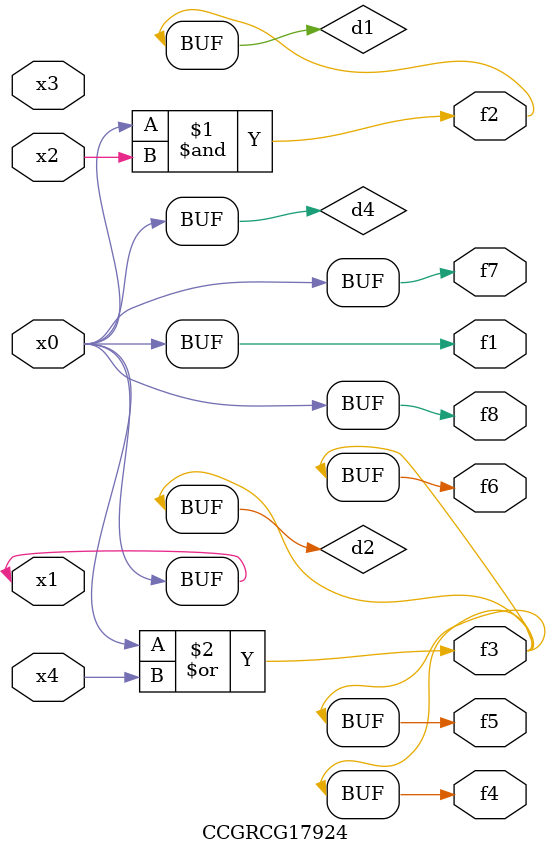
<source format=v>
module CCGRCG17924(
	input x0, x1, x2, x3, x4,
	output f1, f2, f3, f4, f5, f6, f7, f8
);

	wire d1, d2, d3, d4;

	and (d1, x0, x2);
	or (d2, x0, x4);
	nand (d3, x0, x2);
	buf (d4, x0, x1);
	assign f1 = d4;
	assign f2 = d1;
	assign f3 = d2;
	assign f4 = d2;
	assign f5 = d2;
	assign f6 = d2;
	assign f7 = d4;
	assign f8 = d4;
endmodule

</source>
